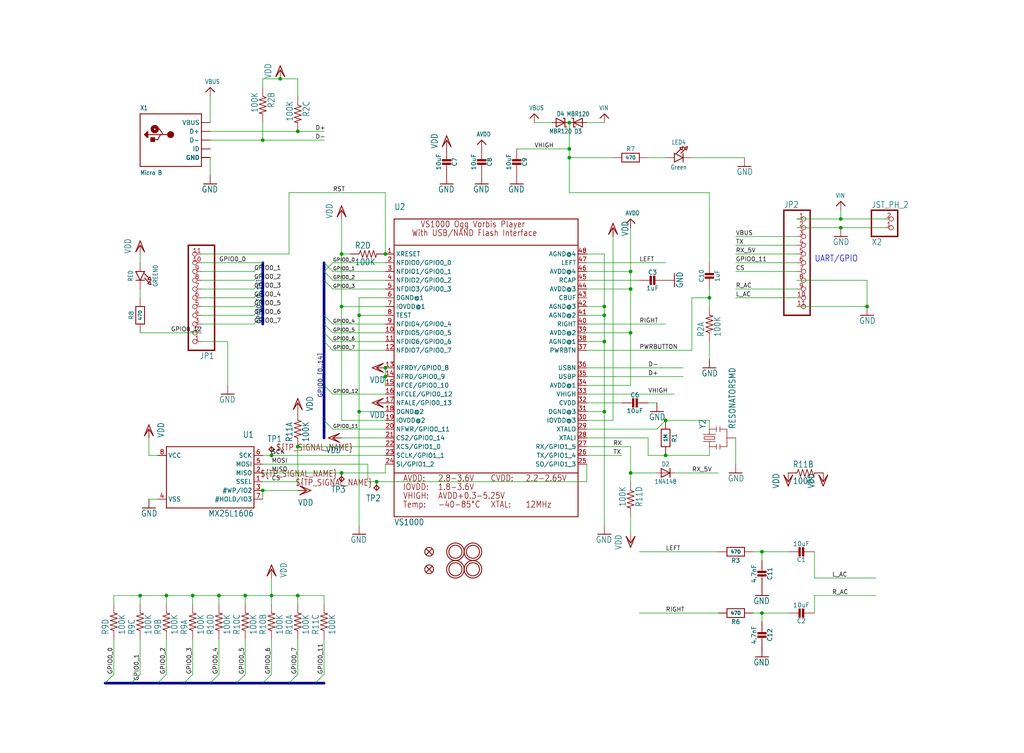
<source format=kicad_sch>
(kicad_sch (version 20230121) (generator eeschema)
  (paper "User" 297.002 218.313)
  (junction (at 205.74 86.36))
  (junction (at 220.98 177.8))
  (junction (at 104.14 91.44))
  (junction (at 99.06 73.66))
  (junction (at 86.36 172.72))
  (junction (at 111.76 106.68))
  (junction (at 76.2 142.24))
  (junction (at 193.04 132.08))
  (junction (at 182.88 83.82))
  (junction (at 99.06 137.16))
  (junction (at 48.26 172.72))
  (junction (at 243.84 66.04))
  (junction (at 109.22 139.7))
  (junction (at 182.88 78.74))
  (junction (at 182.88 96.52))
  (junction (at 251.46 88.9))
  (junction (at 111.76 73.66))
  (junction (at 165.1 35.56))
  (junction (at 86.36 38.1))
  (junction (at 40.64 172.72))
  (junction (at 71.12 172.72))
  (junction (at 55.88 172.72))
  (junction (at 175.26 99.06))
  (junction (at 104.14 119.38))
  (junction (at 175.26 91.44))
  (junction (at 182.88 137.16))
  (junction (at 76.2 40.64))
  (junction (at 81.28 22.86))
  (junction (at 175.26 88.9))
  (junction (at 220.98 160.02))
  (junction (at 175.26 119.38))
  (junction (at 99.06 88.9))
  (junction (at 165.1 43.18))
  (junction (at 193.04 121.92))
  (junction (at 165.1 45.72))
  (junction (at 78.74 132.08))
  (junction (at 63.5 172.72))
  (junction (at 86.36 129.54))
  (junction (at 111.76 109.22))
  (junction (at 243.84 63.5))
  (junction (at 78.74 172.72))
  (bus_entry (at 96.52 96.52) (size -2.54 -2.54))
  (bus_entry (at 96.52 81.28) (size -2.54 -2.54))
  (bus_entry (at 96.52 101.6) (size -2.54 -2.54))
  (bus_entry (at 93.98 195.58) (size -2.54 2.54))
  (bus_entry (at 40.64 195.58) (size -2.54 2.54))
  (bus_entry (at 73.66 78.74) (size 2.54 -2.54))
  (bus_entry (at 33.02 195.58) (size -2.54 2.54))
  (bus_entry (at 55.88 195.58) (size -2.54 2.54))
  (bus_entry (at 96.52 99.06) (size -2.54 -2.54))
  (bus_entry (at 96.52 83.82) (size -2.54 -2.54))
  (bus_entry (at 71.12 195.58) (size -2.54 2.54))
  (bus_entry (at 96.52 114.3) (size -2.54 -2.54))
  (bus_entry (at 86.36 195.58) (size -2.54 2.54))
  (bus_entry (at 73.66 88.9) (size 2.54 -2.54))
  (bus_entry (at 96.52 78.74) (size -2.54 -2.54))
  (bus_entry (at 73.66 83.82) (size 2.54 -2.54))
  (bus_entry (at 96.52 76.2) (size -2.54 2.54))
  (bus_entry (at 73.66 86.36) (size 2.54 -2.54))
  (bus_entry (at 96.52 124.46) (size -2.54 -2.54))
  (bus_entry (at 73.66 91.44) (size 2.54 -2.54))
  (bus_entry (at 63.5 195.58) (size -2.54 2.54))
  (bus_entry (at 73.66 81.28) (size 2.54 -2.54))
  (bus_entry (at 73.66 93.98) (size 2.54 -2.54))
  (bus_entry (at 96.52 93.98) (size -2.54 -2.54))
  (bus_entry (at 48.26 195.58) (size -2.54 2.54))
  (bus_entry (at 78.74 195.58) (size -2.54 2.54))
  (wire (pts (xy 104.14 119.38) (xy 104.14 152.4)) (stroke (width 0.1524)))
  (wire (pts (xy 58.42 76.2) (xy 76.2 76.2)) (stroke (width 0.1524)))
  (wire (pts (xy 254 167.64) (xy 236.22 167.64)) (stroke (width 0.1524)))
  (wire (pts (xy 71.12 175.26) (xy 71.12 172.72)) (stroke (width 0.1524)))
  (wire (pts (xy 83.82 55.88) (xy 111.76 55.88)) (stroke (width 0.1524)))
  (wire (pts (xy 149.86 43.18) (xy 165.1 43.18)) (stroke (width 0.1524)))
  (wire (pts (xy 170.18 106.68) (xy 198.12 106.68)) (stroke (width 0.1524)))
  (wire (pts (xy 58.42 93.98) (xy 73.66 93.98)) (stroke (width 0.1524)))
  (wire (pts (xy 111.76 129.54) (xy 86.36 129.54)) (stroke (width 0.1524)))
  (wire (pts (xy 86.36 38.1) (xy 93.98 38.1)) (stroke (width 0.1524)))
  (wire (pts (xy 106.68 139.7) (xy 109.22 139.7)) (stroke (width 0.1524)))
  (wire (pts (xy 220.98 160.02) (xy 228.6 160.02)) (stroke (width 0.1524)))
  (bus (pts (xy 76.2 81.28) (xy 76.2 83.82)) (stroke (width 0.762)))
  (wire (pts (xy 58.42 83.82) (xy 73.66 83.82)) (stroke (width 0.1524)))
  (wire (pts (xy 93.98 40.64) (xy 76.2 40.64)) (stroke (width 0.1524)))
  (wire (pts (xy 170.18 101.6) (xy 200.66 101.6)) (stroke (width 0.1524)))
  (wire (pts (xy 170.18 116.84) (xy 180.34 116.84)) (stroke (width 0.1524)))
  (wire (pts (xy 205.74 83.82) (xy 205.74 86.36)) (stroke (width 0.1524)))
  (wire (pts (xy 78.74 175.26) (xy 78.74 172.72)) (stroke (width 0.1524)))
  (wire (pts (xy 76.2 134.62) (xy 106.68 134.62)) (stroke (width 0.1524)))
  (wire (pts (xy 58.42 81.28) (xy 73.66 81.28)) (stroke (width 0.1524)))
  (wire (pts (xy 165.1 43.18) (xy 165.1 45.72)) (stroke (width 0.1524)))
  (wire (pts (xy 111.76 86.36) (xy 104.14 86.36)) (stroke (width 0.1524)))
  (wire (pts (xy 99.06 73.66) (xy 99.06 63.5)) (stroke (width 0.1524)))
  (wire (pts (xy 48.26 172.72) (xy 55.88 172.72)) (stroke (width 0.1524)))
  (wire (pts (xy 40.64 96.52) (xy 58.42 96.52)) (stroke (width 0.1524)))
  (wire (pts (xy 104.14 86.36) (xy 104.14 91.44)) (stroke (width 0.1524)))
  (bus (pts (xy 93.98 96.52) (xy 93.98 99.06)) (stroke (width 0.762)))
  (wire (pts (xy 243.84 66.04) (xy 231.14 66.04)) (stroke (width 0.1524)))
  (wire (pts (xy 218.44 177.8) (xy 220.98 177.8)) (stroke (width 0.1524)))
  (wire (pts (xy 76.2 25.4) (xy 76.2 22.86)) (stroke (width 0.1524)))
  (wire (pts (xy 109.22 139.7) (xy 170.18 139.7)) (stroke (width 0.1524)))
  (wire (pts (xy 111.76 91.44) (xy 104.14 91.44)) (stroke (width 0.1524)))
  (wire (pts (xy 111.76 93.98) (xy 96.52 93.98)) (stroke (width 0.1524)))
  (wire (pts (xy 213.36 86.36) (xy 231.14 86.36)) (stroke (width 0.1524)))
  (wire (pts (xy 33.02 175.26) (xy 33.02 172.72)) (stroke (width 0.1524)))
  (wire (pts (xy 193.04 121.92) (xy 205.74 121.92)) (stroke (width 0.1524)))
  (wire (pts (xy 170.18 83.82) (xy 182.88 83.82)) (stroke (width 0.1524)))
  (wire (pts (xy 177.8 121.92) (xy 177.8 68.58)) (stroke (width 0.1524)))
  (wire (pts (xy 60.96 38.1) (xy 86.36 38.1)) (stroke (width 0.1524)))
  (wire (pts (xy 182.88 137.16) (xy 182.88 139.7)) (stroke (width 0.1524)))
  (wire (pts (xy 58.42 86.36) (xy 73.66 86.36)) (stroke (width 0.1524)))
  (wire (pts (xy 236.22 160.02) (xy 236.22 167.64)) (stroke (width 0.1524)))
  (wire (pts (xy 170.18 111.76) (xy 182.88 111.76)) (stroke (width 0.1524)))
  (wire (pts (xy 231.14 78.74) (xy 213.36 78.74)) (stroke (width 0.1524)))
  (wire (pts (xy 33.02 172.72) (xy 40.64 172.72)) (stroke (width 0.1524)))
  (wire (pts (xy 190.5 137.16) (xy 182.88 137.16)) (stroke (width 0.1524)))
  (wire (pts (xy 111.76 83.82) (xy 96.52 83.82)) (stroke (width 0.1524)))
  (wire (pts (xy 182.88 149.86) (xy 182.88 154.94)) (stroke (width 0.1524)))
  (wire (pts (xy 170.18 73.66) (xy 175.26 73.66)) (stroke (width 0.1524)))
  (wire (pts (xy 177.8 45.72) (xy 165.1 45.72)) (stroke (width 0.1524)))
  (wire (pts (xy 182.88 129.54) (xy 182.88 137.16)) (stroke (width 0.1524)))
  (wire (pts (xy 93.98 185.42) (xy 93.98 195.58)) (stroke (width 0.1524)))
  (bus (pts (xy 76.2 91.44) (xy 76.2 93.98)) (stroke (width 0.762)))
  (wire (pts (xy 55.88 175.26) (xy 55.88 172.72)) (stroke (width 0.1524)))
  (bus (pts (xy 68.58 198.12) (xy 76.2 198.12)) (stroke (width 0.762)))
  (wire (pts (xy 175.26 99.06) (xy 175.26 119.38)) (stroke (width 0.1524)))
  (wire (pts (xy 170.18 124.46) (xy 190.5 124.46)) (stroke (width 0.1524)))
  (wire (pts (xy 58.42 91.44) (xy 73.66 91.44)) (stroke (width 0.1524)))
  (wire (pts (xy 76.2 35.56) (xy 76.2 40.64)) (stroke (width 0.1524)))
  (wire (pts (xy 99.06 88.9) (xy 99.06 73.66)) (stroke (width 0.1524)))
  (wire (pts (xy 40.64 83.82) (xy 40.64 86.36)) (stroke (width 0.1524)))
  (wire (pts (xy 187.96 116.84) (xy 190.5 116.84)) (stroke (width 0.1524)))
  (wire (pts (xy 175.26 73.66) (xy 175.26 88.9)) (stroke (width 0.1524)))
  (wire (pts (xy 111.76 127) (xy 99.06 127)) (stroke (width 0.1524)))
  (wire (pts (xy 60.96 50.8) (xy 60.96 45.72)) (stroke (width 0.1524)))
  (wire (pts (xy 220.98 160.02) (xy 220.98 162.56)) (stroke (width 0.1524)))
  (wire (pts (xy 48.26 195.58) (xy 48.26 185.42)) (stroke (width 0.1524)))
  (bus (pts (xy 93.98 81.28) (xy 93.98 91.44)) (stroke (width 0.762)))
  (wire (pts (xy 193.04 132.08) (xy 187.96 132.08)) (stroke (width 0.1524)))
  (wire (pts (xy 111.76 121.92) (xy 99.06 121.92)) (stroke (width 0.1524)))
  (bus (pts (xy 76.2 76.2) (xy 76.2 78.74)) (stroke (width 0.762)))
  (wire (pts (xy 76.2 22.86) (xy 81.28 22.86)) (stroke (width 0.1524)))
  (wire (pts (xy 170.18 81.28) (xy 185.42 81.28)) (stroke (width 0.1524)))
  (wire (pts (xy 243.84 63.5) (xy 243.84 60.96)) (stroke (width 0.1524)))
  (wire (pts (xy 93.98 175.26) (xy 93.98 172.72)) (stroke (width 0.1524)))
  (wire (pts (xy 58.42 73.66) (xy 83.82 73.66)) (stroke (width 0.1524)))
  (wire (pts (xy 200.66 45.72) (xy 215.9 45.72)) (stroke (width 0.1524)))
  (wire (pts (xy 231.14 76.2) (xy 213.36 76.2)) (stroke (width 0.1524)))
  (bus (pts (xy 76.2 86.36) (xy 76.2 88.9)) (stroke (width 0.762)))
  (wire (pts (xy 170.18 76.2) (xy 193.04 76.2)) (stroke (width 0.1524)))
  (bus (pts (xy 93.98 76.2) (xy 93.98 78.74)) (stroke (width 0.762)))
  (wire (pts (xy 170.18 114.3) (xy 195.58 114.3)) (stroke (width 0.1524)))
  (wire (pts (xy 182.88 83.82) (xy 182.88 78.74)) (stroke (width 0.1524)))
  (wire (pts (xy 111.76 81.28) (xy 96.52 81.28)) (stroke (width 0.1524)))
  (wire (pts (xy 78.74 172.72) (xy 86.36 172.72)) (stroke (width 0.1524)))
  (wire (pts (xy 170.18 99.06) (xy 175.26 99.06)) (stroke (width 0.1524)))
  (wire (pts (xy 99.06 121.92) (xy 99.06 88.9)) (stroke (width 0.1524)))
  (wire (pts (xy 175.26 88.9) (xy 170.18 88.9)) (stroke (width 0.1524)))
  (bus (pts (xy 53.34 198.12) (xy 60.96 198.12)) (stroke (width 0.762)))
  (wire (pts (xy 40.64 73.66) (xy 40.64 76.2)) (stroke (width 0.1524)))
  (wire (pts (xy 111.76 76.2) (xy 96.52 76.2)) (stroke (width 0.1524)))
  (wire (pts (xy 182.88 78.74) (xy 182.88 66.04)) (stroke (width 0.1524)))
  (wire (pts (xy 86.36 139.7) (xy 76.2 139.7)) (stroke (width 0.1524)))
  (wire (pts (xy 170.18 119.38) (xy 175.26 119.38)) (stroke (width 0.1524)))
  (wire (pts (xy 231.14 71.12) (xy 213.36 71.12)) (stroke (width 0.1524)))
  (wire (pts (xy 220.98 177.8) (xy 228.6 177.8)) (stroke (width 0.1524)))
  (bus (pts (xy 76.2 83.82) (xy 76.2 86.36)) (stroke (width 0.762)))
  (wire (pts (xy 76.2 142.24) (xy 76.2 144.78)) (stroke (width 0.1524)))
  (wire (pts (xy 185.42 160.02) (xy 208.28 160.02)) (stroke (width 0.1524)))
  (wire (pts (xy 104.14 91.44) (xy 104.14 119.38)) (stroke (width 0.1524)))
  (wire (pts (xy 111.76 99.06) (xy 96.52 99.06)) (stroke (width 0.1524)))
  (wire (pts (xy 43.18 144.78) (xy 45.72 144.78)) (stroke (width 0.1524)))
  (wire (pts (xy 190.5 124.46) (xy 193.04 121.92)) (stroke (width 0.1524)))
  (wire (pts (xy 187.96 127) (xy 170.18 127)) (stroke (width 0.1524)))
  (wire (pts (xy 175.26 88.9) (xy 175.26 91.44)) (stroke (width 0.1524)))
  (wire (pts (xy 63.5 195.58) (xy 63.5 185.42)) (stroke (width 0.1524)))
  (wire (pts (xy 71.12 172.72) (xy 78.74 172.72)) (stroke (width 0.1524)))
  (wire (pts (xy 111.76 88.9) (xy 99.06 88.9)) (stroke (width 0.1524)))
  (bus (pts (xy 93.98 111.76) (xy 93.98 121.92)) (stroke (width 0.762)))
  (wire (pts (xy 111.76 55.88) (xy 111.76 73.66)) (stroke (width 0.1524)))
  (wire (pts (xy 256.54 66.04) (xy 243.84 66.04)) (stroke (width 0.1524)))
  (wire (pts (xy 231.14 81.28) (xy 251.46 81.28)) (stroke (width 0.1524)))
  (bus (pts (xy 83.82 198.12) (xy 91.44 198.12)) (stroke (width 0.762)))
  (wire (pts (xy 63.5 175.26) (xy 63.5 172.72)) (stroke (width 0.1524)))
  (wire (pts (xy 86.36 172.72) (xy 93.98 172.72)) (stroke (width 0.1524)))
  (wire (pts (xy 170.18 93.98) (xy 193.04 93.98)) (stroke (width 0.1524)))
  (wire (pts (xy 66.04 99.06) (xy 66.04 111.76)) (stroke (width 0.1524)))
  (bus (pts (xy 76.2 198.12) (xy 83.82 198.12)) (stroke (width 0.762)))
  (wire (pts (xy 86.36 175.26) (xy 86.36 172.72)) (stroke (width 0.1524)))
  (wire (pts (xy 101.6 73.66) (xy 99.06 73.66)) (stroke (width 0.1524)))
  (bus (pts (xy 60.96 198.12) (xy 68.58 198.12)) (stroke (width 0.762)))
  (wire (pts (xy 111.76 78.74) (xy 96.52 78.74)) (stroke (width 0.1524)))
  (wire (pts (xy 58.42 99.06) (xy 66.04 99.06)) (stroke (width 0.1524)))
  (wire (pts (xy 111.76 124.46) (xy 96.52 124.46)) (stroke (width 0.1524)))
  (bus (pts (xy 76.2 88.9) (xy 76.2 91.44)) (stroke (width 0.762)))
  (wire (pts (xy 83.82 73.66) (xy 83.82 55.88)) (stroke (width 0.1524)))
  (wire (pts (xy 58.42 88.9) (xy 73.66 88.9)) (stroke (width 0.1524)))
  (wire (pts (xy 220.98 177.8) (xy 220.98 180.34)) (stroke (width 0.1524)))
  (bus (pts (xy 30.48 198.12) (xy 38.1 198.12)) (stroke (width 0.762)))
  (wire (pts (xy 231.14 63.5) (xy 243.84 63.5)) (stroke (width 0.1524)))
  (wire (pts (xy 78.74 132.08) (xy 76.2 132.08)) (stroke (width 0.1524)))
  (wire (pts (xy 76.2 137.16) (xy 99.06 137.16)) (stroke (width 0.1524)))
  (wire (pts (xy 170.18 129.54) (xy 182.88 129.54)) (stroke (width 0.1524)))
  (bus (pts (xy 93.98 121.92) (xy 93.98 127)) (stroke (width 0.762)))
  (wire (pts (xy 205.74 104.14) (xy 205.74 99.06)) (stroke (width 0.1524)))
  (bus (pts (xy 45.72 198.12) (xy 53.34 198.12)) (stroke (width 0.762)))
  (wire (pts (xy 76.2 40.64) (xy 60.96 40.64)) (stroke (width 0.1524)))
  (wire (pts (xy 170.18 132.08) (xy 180.34 132.08)) (stroke (width 0.1524)))
  (wire (pts (xy 170.18 121.92) (xy 177.8 121.92)) (stroke (width 0.1524)))
  (wire (pts (xy 78.74 167.64) (xy 78.74 172.72)) (stroke (width 0.1524)))
  (wire (pts (xy 111.76 111.76) (xy 111.76 109.22)) (stroke (width 0.1524)))
  (wire (pts (xy 33.02 195.58) (xy 33.02 185.42)) (stroke (width 0.1524)))
  (wire (pts (xy 165.1 55.88) (xy 205.74 55.88)) (stroke (width 0.1524)))
  (wire (pts (xy 63.5 172.72) (xy 71.12 172.72)) (stroke (width 0.1524)))
  (wire (pts (xy 81.28 22.86) (xy 86.36 22.86)) (stroke (width 0.1524)))
  (wire (pts (xy 111.76 96.52) (xy 96.52 96.52)) (stroke (width 0.1524)))
  (wire (pts (xy 170.18 78.74) (xy 182.88 78.74)) (stroke (width 0.1524)))
  (wire (pts (xy 111.76 132.08) (xy 78.74 132.08)) (stroke (width 0.1524)))
  (wire (pts (xy 251.46 81.28) (xy 251.46 88.9)) (stroke (width 0.1524)))
  (wire (pts (xy 71.12 195.58) (xy 71.12 185.42)) (stroke (width 0.1524)))
  (wire (pts (xy 236.22 177.8) (xy 236.22 172.72)) (stroke (width 0.1524)))
  (wire (pts (xy 195.58 137.16) (xy 208.28 137.16)) (stroke (width 0.1524)))
  (wire (pts (xy 40.64 175.26) (xy 40.64 172.72)) (stroke (width 0.1524)))
  (wire (pts (xy 86.36 195.58) (xy 86.36 185.42)) (stroke (width 0.1524)))
  (wire (pts (xy 58.42 78.74) (xy 73.66 78.74)) (stroke (width 0.1524)))
  (wire (pts (xy 86.36 22.86) (xy 86.36 27.94)) (stroke (width 0.1524)))
  (wire (pts (xy 205.74 55.88) (xy 205.74 76.2)) (stroke (width 0.1524)))
  (wire (pts (xy 99.06 137.16) (xy 111.76 137.16)) (stroke (width 0.1524)))
  (wire (pts (xy 236.22 172.72) (xy 254 172.72)) (stroke (width 0.1524)))
  (wire (pts (xy 170.18 91.44) (xy 175.26 91.44)) (stroke (width 0.1524)))
  (bus (pts (xy 93.98 99.06) (xy 93.98 111.76)) (stroke (width 0.762)))
  (wire (pts (xy 111.76 114.3) (xy 96.52 114.3)) (stroke (width 0.1524)))
  (wire (pts (xy 243.84 63.5) (xy 256.54 63.5)) (stroke (width 0.1524)))
  (wire (pts (xy 165.1 45.72) (xy 165.1 55.88)) (stroke (width 0.1524)))
  (bus (pts (xy 93.98 91.44) (xy 93.98 93.98)) (stroke (width 0.762)))
  (wire (pts (xy 205.74 129.54) (xy 205.74 132.08)) (stroke (width 0.1524)))
  (wire (pts (xy 43.18 132.08) (xy 45.72 132.08)) (stroke (width 0.1524)))
  (bus (pts (xy 38.1 198.12) (xy 45.72 198.12)) (stroke (width 0.762)))
  (bus (pts (xy 93.98 93.98) (xy 93.98 96.52)) (stroke (width 0.762)))
  (wire (pts (xy 55.88 172.72) (xy 63.5 172.72)) (stroke (width 0.1524)))
  (wire (pts (xy 231.14 83.82) (xy 213.36 83.82)) (stroke (width 0.1524)))
  (wire (pts (xy 205.74 86.36) (xy 205.74 88.9)) (stroke (width 0.1524)))
  (wire (pts (xy 175.26 91.44) (xy 175.26 99.06)) (stroke (width 0.1524)))
  (wire (pts (xy 205.74 132.08) (xy 193.04 132.08)) (stroke (width 0.1524)))
  (wire (pts (xy 218.44 160.02) (xy 220.98 160.02)) (stroke (width 0.1524)))
  (wire (pts (xy 165.1 43.18) (xy 165.1 35.56)) (stroke (width 0.1524)))
  (wire (pts (xy 231.14 88.9) (xy 251.46 88.9)) (stroke (width 0.1524)))
  (wire (pts (xy 200.66 101.6) (xy 200.66 86.36)) (stroke (width 0.1524)))
  (wire (pts (xy 187.96 45.72) (xy 193.04 45.72)) (stroke (width 0.1524)))
  (bus (pts (xy 93.98 78.74) (xy 93.98 81.28)) (stroke (width 0.762)))
  (wire (pts (xy 170.18 35.56) (xy 175.26 35.56)) (stroke (width 0.1524)))
  (wire (pts (xy 200.66 86.36) (xy 205.74 86.36)) (stroke (width 0.1524)))
  (wire (pts (xy 182.88 96.52) (xy 182.88 83.82)) (stroke (width 0.1524)))
  (wire (pts (xy 205.74 121.92) (xy 205.74 124.46)) (stroke (width 0.1524)))
  (wire (pts (xy 55.88 195.58) (xy 55.88 185.42)) (stroke (width 0.1524)))
  (wire (pts (xy 76.2 142.24) (xy 86.36 142.24)) (stroke (width 0.1524)))
  (wire (pts (xy 231.14 73.66) (xy 213.36 73.66)) (stroke (width 0.1524)))
  (wire (pts (xy 170.18 96.52) (xy 182.88 96.52)) (stroke (width 0.1524)))
  (wire (pts (xy 187.96 132.08) (xy 187.96 127)) (stroke (width 0.1524)))
  (bus (pts (xy 76.2 78.74) (xy 76.2 81.28)) (stroke (width 0.762)))
  (wire (pts (xy 213.36 127) (xy 213.36 134.62)) (stroke (width 0.1524)))
  (wire (pts (xy 86.36 129.54) (xy 86.36 139.7)) (stroke (width 0.1524)))
  (wire (pts (xy 175.26 119.38) (xy 175.26 152.4)) (stroke (width 0.1524)))
  (wire (pts (xy 170.18 109.22) (xy 198.12 109.22)) (stroke (width 0.1524)))
  (bus (pts (xy 91.44 198.12) (xy 93.98 198.12)) (stroke (width 0.762)))
  (wire (pts (xy 111.76 119.38) (xy 104.14 119.38)) (stroke (width 0.1524)))
  (wire (pts (xy 43.18 127) (xy 43.18 132.08)) (stroke (width 0.1524)))
  (wire (pts (xy 111.76 101.6) (xy 96.52 101.6)) (stroke (width 0.1524)))
  (wire (pts (xy 185.42 177.8) (xy 208.28 177.8)) (stroke (width 0.1524)))
  (wire (pts (xy 111.76 106.68) (xy 111.76 109.22)) (stroke (width 0.1524)))
  (wire (pts (xy 40.64 172.72) (xy 48.26 172.72)) (stroke (width 0.1524)))
  (wire (pts (xy 106.68 134.62) (xy 106.68 139.7)) (stroke (width 0.1524)))
  (wire (pts (xy 78.74 195.58) (xy 78.74 185.42)) (stroke (width 0.1524)))
  (wire (pts (xy 182.88 111.76) (xy 182.88 96.52)) (stroke (width 0.1524)))
  (wire (pts (xy 48.26 175.26) (xy 48.26 172.72)) (stroke (width 0.1524)))
  (wire (pts (xy 60.96 27.94) (xy 60.96 35.56)) (stroke (width 0.1524)))
  (wire (pts (xy 154.94 35.56) (xy 160.02 35.56)) (stroke (width 0.1524)))
  (wire (pts (xy 40.64 195.58) (xy 40.64 185.42)) (stroke (width 0.1524)))
  (wire (pts (xy 231.14 68.58) (xy 213.36 68.58)) (stroke (width 0.1524)))
  (wire (pts (xy 170.18 139.7) (xy 170.18 134.62)) (stroke (width 0.1524)))
  (wire (pts (xy 111.76 137.16) (xy 111.76 134.62)) (stroke (width 0.1524)))
  (text "UART/GPIO" (at 236.22 76.2 0) (effects (font (size 1.778 1.5113)) (justify left bottom)))
  (label "GPIO0_[0..14]" (at 93.98 102.235 270) (effects (font (size 1.2446 1.2446))))
  (label "D-" (at 91.44 40.64 0) (effects (font (size 1.2446 1.2446))))
  (label "GPIO0_3" (at 96.52 83.82 0) (effects (font (size 1.016 1.016))))
  (label "GPIO0_11" (at 93.98 195.58 90) (effects (font (size 1.2446 1.2446))))
  (label "GPIO0_12" (at 96.52 114.3 0) (effects (font (size 1.016 1.016))))
  (label "GPIO0_7" (at 96.52 101.6 0) (effects (font (size 1.016 1.016))))
  (label "GPIO0_5" (at 71.12 195.58 90) (effects (font (size 1.2446 1.2446))))
  (label "CS" (at 78.74 139.7 0) (effects (font (size 1.2446 1.2446))))
  (label "MISO" (at 78.74 137.16 0) (effects (font (size 1.2446 1.2446))))
  (label "RX" (at 177.8 129.54 0) (effects (font (size 1.2446 1.2446))))
  (label "L_AC" (at 213.36 86.36 0) (effects (font (size 1.2446 1.2446))))
  (label "RX_5V" (at 200.66 137.16 0) (effects (font (size 1.2446 1.2446))))
  (label "GPIO0_5" (at 96.52 96.52 0) (effects (font (size 1.016 1.016))))
  (label "GPIO0_1" (at 40.64 197.485 90) (effects (font (size 1.2446 1.2446))))
  (label "GPIO0_11" (at 96.52 124.46 0) (effects (font (size 1.016 1.016))))
  (label "GPIO0_5" (at 73.66 88.9 0) (effects (font (size 1.2446 1.2446))))
  (label "GPIO0_2" (at 48.26 195.58 90) (effects (font (size 1.2446 1.2446))))
  (label "R_AC" (at 241.3 172.72 0) (effects (font (size 1.2446 1.2446))))
  (label "CS" (at 213.36 78.74 0) (effects (font (size 1.2446 1.2446))))
  (label "LEFT" (at 193.04 160.02 0) (effects (font (size 1.2446 1.2446))))
  (label "RIGHT" (at 185.42 93.98 0) (effects (font (size 1.2446 1.2446))))
  (label "L_AC" (at 241.3 167.64 0) (effects (font (size 1.2446 1.2446))))
  (label "R_AC" (at 213.36 83.82 0) (effects (font (size 1.2446 1.2446))))
  (label "GPIO0_6" (at 73.66 91.44 0) (effects (font (size 1.2446 1.2446))))
  (label "GPIO0_3" (at 73.66 83.82 0) (effects (font (size 1.2446 1.2446))))
  (label "GPIO0_1" (at 96.52 78.74 0) (effects (font (size 1.016 1.016))))
  (label "GPIO0_11" (at 213.36 76.2 0) (effects (font (size 1.2446 1.2446))))
  (label "TX" (at 177.8 132.08 0) (effects (font (size 1.2446 1.2446))))
  (label "GPIO0_12" (at 49.53 96.52 0) (effects (font (size 1.2446 1.2446))))
  (label "RST" (at 96.52 55.88 0) (effects (font (size 1.2446 1.2446))))
  (label "TX" (at 213.36 71.12 0) (effects (font (size 1.2446 1.2446))))
  (label "GPIO0_0" (at 63.5 76.2 0) (effects (font (size 1.2446 1.2446))))
  (label "SCK" (at 78.74 132.08 0) (effects (font (size 1.2446 1.2446))))
  (label "RIGHT" (at 193.04 177.8 0) (effects (font (size 1.2446 1.2446))))
  (label "GPIO0_0" (at 33.02 195.58 90) (effects (font (size 1.2446 1.2446))))
  (label "GPIO0_6" (at 96.52 99.06 0) (effects (font (size 1.016 1.016))))
  (label "GPIO0_4" (at 73.66 86.36 0) (effects (font (size 1.2446 1.2446))))
  (label "GPIO0_6" (at 78.74 195.58 90) (effects (font (size 1.2446 1.2446))))
  (label "GPIO0_4" (at 63.5 195.58 90) (effects (font (size 1.2446 1.2446))))
  (label "GPIO0_2" (at 73.66 81.28 0) (effects (font (size 1.2446 1.2446))))
  (label "MOSI" (at 78.74 134.62 0) (effects (font (size 1.2446 1.2446))))
  (label "VHIGH" (at 154.94 43.18 0) (effects (font (size 1.2446 1.2446))))
  (label "LEFT" (at 185.42 76.2 0) (effects (font (size 1.2446 1.2446))))
  (label "GPIO0_0" (at 96.52 76.2 0) (effects (font (size 1.016 1.016))))
  (label "VHIGH" (at 187.96 114.3 0) (effects (font (size 1.2446 1.2446))))
  (label "D-" (at 187.96 106.68 0) (effects (font (size 1.2446 1.2446))))
  (label "GPIO0_4" (at 96.52 93.98 0) (effects (font (size 1.016 1.016))))
  (label "GPIO0_3" (at 55.88 195.58 90) (effects (font (size 1.2446 1.2446))))
  (label "VBUS" (at 213.36 68.58 0) (effects (font (size 1.2446 1.2446))))
  (label "GPIO0_[0..14]" (at 76.2 93.98 90) (effects (font (size 1.2446 1.2446))))
  (label "RX_5V" (at 213.36 73.66 0) (effects (font (size 1.2446 1.2446))))
  (label "GPIO0_7" (at 73.66 93.98 0) (effects (font (size 1.2446 1.2446))))
  (label "PWRBUTTON" (at 185.42 101.6 0) (effects (font (size 1.2446 1.2446))))
  (label "D+" (at 187.96 109.22 0) (effects (font (size 1.2446 1.2446))))
  (label "GPIO0_1" (at 73.66 78.74 0) (effects (font (size 1.2446 1.2446))))
  (label "GPIO0_2" (at 96.52 81.28 0) (effects (font (size 1.016 1.016))))
  (label "D+" (at 91.44 38.1 0) (effects (font (size 1.2446 1.2446))))
  (label "GPIO0_7" (at 86.36 195.58 90) (effects (font (size 1.2446 1.2446))))
  (symbol (lib_id "working-eagle-import:RESISTOR0805_NOOUTLINE") (at 213.36 160.02 0) (mirror x) (unit 1)
    (property "Reference" "R3" (at 213.36 162.56 0))
    (property "Value" "470" (at 213.36 160.02 0) (effects (font (size 1.016 1.016) bold)))
    (property "Footprint" "working:0805-NO" (effects hide))
  )
  (symbol (lib_id "working-eagle-import:FIDUCIAL{dblquote}{dblquote}") (at 124.46 165.1 0) (unit 1)
    (property "Reference" "FID1" (effects hide))
    (property "Value" "FIDUCIAL{dblquote}{dblquote}" (effects hide))
    (property "Footprint" "working:FIDUCIAL_1MM" (effects hide))
  )
  (symbol (lib_id "working-eagle-import:VBUS") (at 60.96 25.4 0) (unit 1)
    (property "Reference" "#U$9" (effects hide))
    (property "Value" "VBUS" (at 59.436 24.384 0) (effects (font (size 1.27 1.0795)) (justify left bottom)))
  )
  (symbol (lib_id "working-eagle-import:RESISTOR0805_NOOUTLINE") (at 213.36 177.8 0) (mirror x) (unit 1)
    (property "Reference" "R6" (at 213.36 180.34 0))
    (property "Value" "470" (at 213.36 177.8 0) (effects (font (size 1.016 1.016) bold)))
    (property "Footprint" "working:0805-NO" (effects hide))
  )
  (symbol (lib_id "working-eagle-import:CAP_CERAMIC0805-NOOUTLINE") (at 220.98 185.42 0) (mirror y) (unit 1)
    (property "Reference" "C12" (at 223.27 184.17 90))
    (property "Value" "4.7nF" (at 218.68 184.17 90))
    (property "Footprint" "working:0805-NO" (effects hide))
  )
  (symbol (lib_id "working-eagle-import:RESISTOR0805_NOOUTLINE") (at 40.64 91.44 90) (mirror x) (unit 1)
    (property "Reference" "R8" (at 38.1 91.44 0))
    (property "Value" "470" (at 40.64 91.44 0) (effects (font (size 1.016 1.016) bold)))
    (property "Footprint" "working:0805-NO" (effects hide))
  )
  (symbol (lib_id "working-eagle-import:VDD") (at 238.76 139.7 0) (mirror x) (unit 1)
    (property "Reference" "#VDD11" (effects hide))
    (property "Value" "VDD" (at 236.22 137.16 90) (effects (font (size 1.778 1.5113)) (justify left bottom)))
  )
  (symbol (lib_id "working-eagle-import:DIODE-SCHOTTKYSOD-123") (at 167.64 35.56 180) (unit 1)
    (property "Reference" "D3" (at 167.64 38.1 0) (effects (font (size 1.27 1.0795))))
    (property "Value" "MBR120" (at 167.64 33.06 0) (effects (font (size 1.27 1.0795))))
    (property "Footprint" "working:SOD-123" (effects hide))
  )
  (symbol (lib_id "working-eagle-import:GND") (at 139.7 53.34 0) (unit 1)
    (property "Reference" "#GND9" (effects hide))
    (property "Value" "GND" (at 137.16 55.88 0) (effects (font (size 1.778 1.5113)) (justify left bottom)))
  )
  (symbol (lib_id "working-eagle-import:VDD") (at 109.22 116.84 90) (unit 1)
    (property "Reference" "#VDD15" (effects hide))
    (property "Value" "VDD" (at 111.76 119.38 90) (effects (font (size 1.778 1.5113)) (justify left bottom)))
  )
  (symbol (lib_id "working-eagle-import:RESISTOR_4PACK_US") (at 63.5 180.34 90) (unit 4)
    (property "Reference" "R10" (at 62.0014 184.15 0) (effects (font (size 1.778 1.5113)) (justify left bottom)))
    (property "Value" "100K" (at 66.802 184.15 0) (effects (font (size 1.778 1.5113)) (justify left bottom)))
    (property "Footprint" "working:RESPACK_4X0603" (effects hide))
  )
  (symbol (lib_id "working-eagle-import:AVDD") (at 139.7 40.64 0) (unit 1)
    (property "Reference" "#U$4" (effects hide))
    (property "Value" "AVDD" (at 138.176 39.624 0) (effects (font (size 1.27 1.0795)) (justify left bottom)))
  )
  (symbol (lib_id "working-eagle-import:RESISTOR_4PACK_US") (at 48.26 180.34 90) (unit 2)
    (property "Reference" "R9" (at 46.7614 184.15 0) (effects (font (size 1.778 1.5113)) (justify left bottom)))
    (property "Value" "100K" (at 51.562 184.15 0) (effects (font (size 1.778 1.5113)) (justify left bottom)))
    (property "Footprint" "working:RESPACK_4X0603" (effects hide))
  )
  (symbol (lib_id "working-eagle-import:LED0805_NOOUTLINE") (at 198.12 45.72 0) (unit 1)
    (property "Reference" "LED4" (at 196.85 41.275 0) (effects (font (size 1.27 1.0795))))
    (property "Value" "Green" (at 196.85 48.514 0) (effects (font (size 1.27 1.0795))))
    (property "Footprint" "working:CHIPLED_0805_NOOUTLINE" (effects hide))
  )
  (symbol (lib_id "working-eagle-import:RESISTOR_4PACK_US") (at 71.12 180.34 90) (unit 3)
    (property "Reference" "R10" (at 69.6214 184.15 0) (effects (font (size 1.778 1.5113)) (justify left bottom)))
    (property "Value" "100K" (at 74.422 184.15 0) (effects (font (size 1.778 1.5113)) (justify left bottom)))
    (property "Footprint" "working:RESPACK_4X0603" (effects hide))
  )
  (symbol (lib_id "working-eagle-import:RESISTOR_4PACK_US") (at 93.98 180.34 90) (unit 3)
    (property "Reference" "R11" (at 92.4814 184.15 0) (effects (font (size 1.778 1.5113)) (justify left bottom)))
    (property "Value" "100K" (at 97.282 184.15 0) (effects (font (size 1.778 1.5113)) (justify left bottom)))
    (property "Footprint" "working:RESPACK_4X0603" (effects hide))
  )
  (symbol (lib_id "working-eagle-import:FIDUCIAL{dblquote}{dblquote}") (at 124.46 160.02 0) (unit 1)
    (property "Reference" "FID2" (effects hide))
    (property "Value" "FIDUCIAL{dblquote}{dblquote}" (effects hide))
    (property "Footprint" "working:FIDUCIAL_1MM" (effects hide))
  )
  (symbol (lib_id "working-eagle-import:HEADER-1X1176MIL") (at 233.68 76.2 0) (unit 1)
    (property "Reference" "JP2" (at 227.33 60.325 0) (effects (font (size 1.778 1.5113)) (justify left bottom)))
    (property "Value" "HEADER-1X1176MIL" (effects hide))
    (property "Footprint" "working:1X11_ROUND_76" (effects hide))
  )
  (symbol (lib_id "working-eagle-import:CAP_CERAMIC0805-NOOUTLINE") (at 205.74 78.74 0) (mirror x) (unit 1)
    (property "Reference" "C10" (at 203.45 79.99 90))
    (property "Value" "1uF" (at 208.04 79.99 90))
    (property "Footprint" "working:0805-NO" (effects hide))
  )
  (symbol (lib_id "working-eagle-import:RESISTOR_0805MP") (at 193.04 127 270) (mirror x) (unit 1)
    (property "Reference" "R1" (at 195.58 127 0))
    (property "Value" "1M" (at 193.04 127 0) (effects (font (size 1.016 1.016) bold)))
    (property "Footprint" "working:_0805MP" (effects hide))
  )
  (symbol (lib_id "working-eagle-import:GND") (at 149.86 53.34 0) (unit 1)
    (property "Reference" "#GND10" (effects hide))
    (property "Value" "GND" (at 147.32 55.88 0) (effects (font (size 1.778 1.5113)) (justify left bottom)))
  )
  (symbol (lib_id "working-eagle-import:CAP_CERAMIC0805_10MGAP") (at 182.88 116.84 270) (unit 1)
    (property "Reference" "C6" (at 184.13 114.55 90))
    (property "Value" "10uF" (at 184.13 119.14 90))
    (property "Footprint" "working:0805_10MGAP" (effects hide))
  )
  (symbol (lib_id "working-eagle-import:RESONATORSMD") (at 205.74 127 90) (unit 1)
    (property "Reference" "Y2" (at 204.724 124.46 0) (effects (font (size 1.778 1.5113)) (justify left bottom)))
    (property "Value" "RESONATORSMD" (at 213.36 124.46 0) (effects (font (size 1.778 1.5113)) (justify left bottom)))
    (property "Footprint" "working:RESONATOR-SMD" (effects hide))
  )
  (symbol (lib_id "working-eagle-import:GND") (at 129.54 53.34 0) (unit 1)
    (property "Reference" "#GND8" (effects hide))
    (property "Value" "GND" (at 127 55.88 0) (effects (font (size 1.778 1.5113)) (justify left bottom)))
  )
  (symbol (lib_id "working-eagle-import:VDD") (at 81.28 20.32 0) (unit 1)
    (property "Reference" "#VDD7" (effects hide))
    (property "Value" "VDD" (at 78.74 22.86 90) (effects (font (size 1.778 1.5113)) (justify left bottom)))
  )
  (symbol (lib_id "working-eagle-import:RESISTOR0805_NOOUTLINE") (at 182.88 45.72 0) (mirror y) (unit 1)
    (property "Reference" "R7" (at 182.88 43.18 0))
    (property "Value" "470" (at 182.88 45.72 0) (effects (font (size 1.016 1.016) bold)))
    (property "Footprint" "working:0805-NO" (effects hide))
  )
  (symbol (lib_id "working-eagle-import:VIN") (at 243.84 58.42 0) (unit 1)
    (property "Reference" "#U$3" (effects hide))
    (property "Value" "VIN" (at 242.316 57.404 0) (effects (font (size 1.27 1.0795)) (justify left bottom)))
  )
  (symbol (lib_id "working-eagle-import:HEADER-1X1176MIL") (at 55.88 86.36 180) (unit 1)
    (property "Reference" "JP1" (at 62.23 102.235 0) (effects (font (size 1.778 1.5113)) (justify left bottom)))
    (property "Value" "HEADER-1X1176MIL" (effects hide))
    (property "Footprint" "working:1X11_ROUND_76" (effects hide))
  )
  (symbol (lib_id "working-eagle-import:GND") (at 215.9 48.26 0) (mirror y) (unit 1)
    (property "Reference" "#GND18" (effects hide))
    (property "Value" "GND" (at 218.44 50.8 0) (effects (font (size 1.778 1.5113)) (justify left bottom)))
  )
  (symbol (lib_id "working-eagle-import:RESISTOR_4PACK_US") (at 86.36 180.34 90) (unit 1)
    (property "Reference" "R10" (at 84.8614 184.15 0) (effects (font (size 1.778 1.5113)) (justify left bottom)))
    (property "Value" "100K" (at 89.662 184.15 0) (effects (font (size 1.778 1.5113)) (justify left bottom)))
    (property "Footprint" "working:RESPACK_4X0603" (effects hide))
  )
  (symbol (lib_id "working-eagle-import:RESISTOR_4PACK_US") (at 76.2 30.48 270) (unit 2)
    (property "Reference" "R2" (at 77.6986 26.67 0) (effects (font (size 1.778 1.5113)) (justify left bottom)))
    (property "Value" "100K" (at 72.898 26.67 0) (effects (font (size 1.778 1.5113)) (justify left bottom)))
    (property "Footprint" "working:RESPACK_4X0603" (effects hide))
  )
  (symbol (lib_id "working-eagle-import:GND") (at 175.26 154.94 0) (unit 1)
    (property "Reference" "#GND11" (effects hide))
    (property "Value" "GND" (at 172.72 157.48 0) (effects (font (size 1.778 1.5113)) (justify left bottom)))
  )
  (symbol (lib_id "working-eagle-import:RESISTOR_4PACK_US") (at 33.02 180.34 90) (unit 4)
    (property "Reference" "R9" (at 31.5214 184.15 0) (effects (font (size 1.778 1.5113)) (justify left bottom)))
    (property "Value" "100K" (at 36.322 184.15 0) (effects (font (size 1.778 1.5113)) (justify left bottom)))
    (property "Footprint" "working:RESPACK_4X0603" (effects hide))
  )
  (symbol (lib_id "working-eagle-import:VDD") (at 88.9 142.24 270) (mirror x) (unit 1)
    (property "Reference" "#VDD8" (effects hide))
    (property "Value" "VDD" (at 86.36 144.78 90) (effects (font (size 1.778 1.5113)) (justify left bottom)))
  )
  (symbol (lib_id "working-eagle-import:CAP_CERAMIC0805_10MGAP") (at 129.54 45.72 180) (unit 1)
    (property "Reference" "C7" (at 131.83 46.97 90))
    (property "Value" "10uF" (at 127.24 46.97 90))
    (property "Footprint" "working:0805_10MGAP" (effects hide))
  )
  (symbol (lib_id "working-eagle-import:TPB1,27") (at 109.22 142.24 180) (unit 1)
    (property "Reference" "TP2" (at 110.49 143.51 0) (effects (font (size 1.778 1.5113)) (justify left bottom)))
    (property "Value" "TPB1,27" (effects hide))
    (property "Footprint" "working:B1,27" (effects hide))
  )
  (symbol (lib_id "working-eagle-import:MOUNTINGHOLE2.5") (at 137.16 160.02 0) (unit 1)
    (property "Reference" "U$8" (effects hide))
    (property "Value" "MOUNTINGHOLE2.5" (effects hide))
    (property "Footprint" "working:MOUNTINGHOLE_2.5_PLATED" (effects hide))
  )
  (symbol (lib_id "working-eagle-import:GND") (at 205.74 106.68 0) (mirror y) (unit 1)
    (property "Reference" "#GND15" (effects hide))
    (property "Value" "GND" (at 208.28 109.22 0) (effects (font (size 1.778 1.5113)) (justify left bottom)))
  )
  (symbol (lib_id "working-eagle-import:GND") (at 60.96 53.34 0) (unit 1)
    (property "Reference" "#GND1" (effects hide))
    (property "Value" "GND" (at 58.42 55.88 0) (effects (font (size 1.778 1.5113)) (justify left bottom)))
  )
  (symbol (lib_id "working-eagle-import:VIN") (at 175.26 33.02 0) (unit 1)
    (property "Reference" "#U$2" (effects hide))
    (property "Value" "VIN" (at 173.736 32.004 0) (effects (font (size 1.27 1.0795)) (justify left bottom)))
  )
  (symbol (lib_id "working-eagle-import:GND") (at 220.98 172.72 0) (unit 1)
    (property "Reference" "#GND7" (effects hide))
    (property "Value" "GND" (at 218.44 175.26 0) (effects (font (size 1.778 1.5113)) (justify left bottom)))
  )
  (symbol (lib_id "working-eagle-import:CAP_CERAMIC0805-NOOUTLINE") (at 231.14 177.8 270) (mirror x) (unit 1)
    (property "Reference" "C2" (at 232.39 180.09 90))
    (property "Value" "10uF" (at 232.39 175.5 90))
    (property "Footprint" "working:0805-NO" (effects hide))
  )
  (symbol (lib_id "working-eagle-import:VDD") (at 182.88 157.48 0) (mirror x) (unit 1)
    (property "Reference" "#VDD3" (effects hide))
    (property "Value" "VDD" (at 180.34 154.94 90) (effects (font (size 1.778 1.5113)) (justify left bottom)))
  )
  (symbol (lib_id "working-eagle-import:RESISTOR_4PACK_US") (at 182.88 144.78 270) (unit 4)
    (property "Reference" "R11" (at 184.3786 140.97 0) (effects (font (size 1.778 1.5113)) (justify left bottom)))
    (property "Value" "100K" (at 179.578 140.97 0) (effects (font (size 1.778 1.5113)) (justify left bottom)))
    (property "Footprint" "working:RESPACK_4X0603" (effects hide))
  )
  (symbol (lib_id "working-eagle-import:RESISTOR_4PACK_US") (at 55.88 180.34 90) (unit 1)
    (property "Reference" "R9" (at 54.3814 184.15 0) (effects (font (size 1.778 1.5113)) (justify left bottom)))
    (property "Value" "100K" (at 59.182 184.15 0) (effects (font (size 1.778 1.5113)) (justify left bottom)))
    (property "Footprint" "working:RESPACK_4X0603" (effects hide))
  )
  (symbol (lib_id "working-eagle-import:VDD") (at 109.22 106.68 90) (unit 1)
    (property "Reference" "#VDD14" (effects hide))
    (property "Value" "VDD" (at 111.76 109.22 90) (effects (font (size 1.778 1.5113)) (justify left bottom)))
  )
  (symbol (lib_id "working-eagle-import:VS1000") (at 142.24 104.14 0) (unit 1)
    (property "Reference" "U2" (at 114.3 60.96 0) (effects (font (size 1.778 1.5113)) (justify left bottom)))
    (property "Value" "VS1000" (at 114.3 152.4 0) (effects (font (size 1.778 1.5113)) (justify left bottom)))
    (property "Footprint" "working:LQFP48" (effects hide))
  )
  (symbol (lib_id "working-eagle-import:GND") (at 66.04 114.3 0) (unit 1)
    (property "Reference" "#GND14" (effects hide))
    (property "Value" "GND" (at 63.5 116.84 0) (effects (font (size 1.778 1.5113)) (justify left bottom)))
  )
  (symbol (lib_id "working-eagle-import:GND") (at 190.5 119.38 0) (mirror y) (unit 1)
    (property "Reference" "#GND2" (effects hide))
    (property "Value" "GND" (at 193.04 121.92 0) (effects (font (size 1.778 1.5113)) (justify left bottom)))
  )
  (symbol (lib_id "working-eagle-import:MOUNTINGHOLE2.5") (at 132.08 160.02 0) (unit 1)
    (property "Reference" "U$6" (effects hide))
    (property "Value" "MOUNTINGHOLE2.5" (effects hide))
    (property "Footprint" "working:MOUNTINGHOLE_2.5_PLATED" (effects hide))
  )
  (symbol (lib_id "working-eagle-import:VDD") (at 177.8 66.04 0) (mirror y) (unit 1)
    (property "Reference" "#VDD6" (effects hide))
    (property "Value" "VDD" (at 180.34 68.58 90) (effects (font (size 1.778 1.5113)) (justify left bottom)))
  )
  (symbol (lib_id "working-eagle-import:VDD") (at 96.52 127 90) (unit 1)
    (property "Reference" "#VDD13" (effects hide))
    (property "Value" "VDD" (at 99.06 129.54 90) (effects (font (size 1.778 1.5113)) (justify left bottom)))
  )
  (symbol (lib_id "working-eagle-import:DIODE-SCHOTTKYSOD-123") (at 162.56 35.56 0) (unit 1)
    (property "Reference" "D4" (at 162.56 33.02 0) (effects (font (size 1.27 1.0795))))
    (property "Value" "MBR120" (at 162.56 38.06 0) (effects (font (size 1.27 1.0795))))
    (property "Footprint" "working:SOD-123" (effects hide))
  )
  (symbol (lib_id "working-eagle-import:VDD") (at 129.54 40.64 0) (unit 1)
    (property "Reference" "#VDD2" (effects hide))
    (property "Value" "VDD" (at 127 43.18 90) (effects (font (size 1.778 1.5113)) (justify left bottom)))
  )
  (symbol (lib_id "working-eagle-import:RESISTOR_4PACK_US") (at 86.36 33.02 270) (unit 3)
    (property "Reference" "R2" (at 87.8586 29.21 0) (effects (font (size 1.778 1.5113)) (justify left bottom)))
    (property "Value" "100K" (at 83.058 29.21 0) (effects (font (size 1.778 1.5113)) (justify left bottom)))
    (property "Footprint" "working:RESPACK_4X0603" (effects hide))
  )
  (symbol (lib_id "working-eagle-import:SPIFLASH_SOIC8208MIL") (at 60.96 139.7 0) (mirror y) (unit 1)
    (property "Reference" "U1" (at 73.66 127 0) (effects (font (size 1.778 1.5113)) (justify left bottom)))
    (property "Value" " MX25L1606" (at 73.66 149.86 0) (effects (font (size 1.778 1.5113)) (justify left bottom)))
    (property "Footprint" "working:SOIC8_208MIL" (effects hide))
  )
  (symbol (lib_id "working-eagle-import:CAP_CERAMIC0805-NOOUTLINE") (at 139.7 45.72 180) (unit 1)
    (property "Reference" "C8" (at 141.99 46.97 90))
    (property "Value" "10uF" (at 137.4 46.97 90))
    (property "Footprint" "working:0805-NO" (effects hide))
  )
  (symbol (lib_id "working-eagle-import:VDD") (at 40.64 71.12 0) (unit 1)
    (property "Reference" "#VDD9" (effects hide))
    (property "Value" "VDD" (at 38.1 73.66 90) (effects (font (size 1.778 1.5113)) (justify left bottom)))
  )
  (symbol (lib_id "working-eagle-import:CAP_CERAMIC0805-NOOUTLINE") (at 149.86 45.72 180) (unit 1)
    (property "Reference" "C9" (at 152.15 46.97 90))
    (property "Value" "10uF" (at 147.56 46.97 90))
    (property "Footprint" "working:0805-NO" (effects hide))
  )
  (symbol (lib_id "working-eagle-import:CON_JST_PH_2PIN") (at 259.08 63.5 0) (mirror x) (unit 1)
    (property "Reference" "X2" (at 252.73 69.215 0) (effects (font (size 1.778 1.5113)) (justify left bottom)))
    (property "Value" "JST_PH_2" (at 252.73 58.42 0) (effects (font (size 1.778 1.5113)) (justify left bottom)))
    (property "Footprint" "working:JSTPH2" (effects hide))
  )
  (symbol (lib_id "working-eagle-import:RESISTOR_4PACK_US") (at 233.68 137.16 0) (unit 2)
    (property "Reference" "R11" (at 229.87 135.6614 0) (effects (font (size 1.778 1.5113)) (justify left bottom)))
    (property "Value" "100K" (at 229.87 140.462 0) (effects (font (size 1.778 1.5113)) (justify left bottom)))
    (property "Footprint" "working:RESPACK_4X0603" (effects hide))
  )
  (symbol (lib_id "working-eagle-import:DIODESOD-323") (at 193.04 137.16 0) (unit 1)
    (property "Reference" "D2" (at 193.04 134.62 0) (effects (font (size 1.27 1.0795))))
    (property "Value" "1N4148" (at 193.04 139.66 0) (effects (font (size 1.27 1.0795))))
    (property "Footprint" "working:SOD-323" (effects hide))
  )
  (symbol (lib_id "working-eagle-import:GND") (at 220.98 190.5 0) (unit 1)
    (property "Reference" "#GND13" (effects hide))
    (property "Value" "GND" (at 218.44 193.04 0) (effects (font (size 1.778 1.5113)) (justify left bottom)))
  )
  (symbol (lib_id "working-eagle-import:VDD") (at 99.06 60.96 0) (unit 1)
    (property "Reference" "#VDD5" (effects hide))
    (property "Value" "VDD" (at 96.52 63.5 90) (effects (font (size 1.778 1.5113)) (justify left bottom)))
  )
  (symbol (lib_id "working-eagle-import:GND") (at 243.84 68.58 0) (mirror y) (unit 1)
    (property "Reference" "#GND6" (effects hide))
    (property "Value" "GND" (at 246.38 71.12 0) (effects (font (size 1.778 1.5113)) (justify left bottom)))
  )
  (symbol (lib_id "working-eagle-import:MOUNTINGHOLE2.5") (at 137.16 165.1 0) (unit 1)
    (property "Reference" "U$5" (effects hide))
    (property "Value" "MOUNTINGHOLE2.5" (effects hide))
    (property "Footprint" "working:MOUNTINGHOLE_2.5_PLATED" (effects hide))
  )
  (symbol (lib_id "working-eagle-import:TPB1,27") (at 78.74 129.54 0) (unit 1)
    (property "Reference" "TP1" (at 77.47 128.27 0) (effects (font (size 1.778 1.5113)) (justify left bottom)))
    (property "Value" "TPB1,27" (effects hide))
    (property "Footprint" "working:B1,27" (effects hide))
  )
  (symbol (lib_id "working-eagle-import:GND") (at 195.58 81.28 90) (mirror x) (unit 1)
    (property "Reference" "#GND3" (effects hide))
    (property "Value" "GND" (at 198.12 78.74 0) (effects (font (size 1.778 1.5113)) (justify left bottom)))
  )
  (symbol (lib_id "working-eagle-import:RESISTOR_4PACK_US") (at 205.74 93.98 90) (unit 1)
    (property "Reference" "R2" (at 204.2414 97.79 0) (effects (font (size 1.778 1.5113)) (justify left bottom)))
    (property "Value" "100K" (at 209.042 97.79 0) (effects (font (size 1.778 1.5113)) (justify left bottom)))
    (property "Footprint" "working:RESPACK_4X0603" (effects hide))
  )
  (symbol (lib_id "working-eagle-import:AVDD") (at 182.88 63.5 0) (unit 1)
    (property "Reference" "#U$1" (effects hide))
    (property "Value" "AVDD" (at 181.356 62.484 0) (effects (font (size 1.27 1.0795)) (justify left bottom)))
  )
  (symbol (lib_id "working-eagle-import:CAP_CERAMIC0805-NOOUTLINE") (at 231.14 160.02 270) (mirror x) (unit 1)
    (property "Reference" "C1" (at 232.39 162.31 90))
    (property "Value" "10uF" (at 232.39 157.72 90))
    (property "Footprint" "working:0805-NO" (effects hide))
  )
  (symbol (lib_id "working-eagle-import:LED0805_NOOUTLINE") (at 40.64 81.28 270) (unit 1)
    (property "Reference" "GREEN0" (at 45.085 80.01 0) (effects (font (size 1.27 1.0795))))
    (property "Value" "RED" (at 37.846 80.01 0) (effects (font (size 1.27 1.0795))))
    (property "Footprint" "working:CHIPLED_0805_NOOUTLINE" (effects hide))
  )
  (symbol (lib_id "working-eagle-import:GND") (at 104.14 154.94 0) (unit 1)
    (property "Reference" "#GND12" (effects hide))
    (property "Value" "GND" (at 101.6 157.48 0) (effects (font (size 1.778 1.5113)) (justify left bottom)))
  )
  (symbol (lib_id "working-eagle-import:VDD") (at 228.6 139.7 0) (mirror x) (unit 1)
    (property "Reference" "#VDD12" (effects hide))
    (property "Value" "VDD" (at 226.06 137.16 90) (effects (font (size 1.778 1.5113)) (justify left bottom)))
  )
  (symbol (lib_id "working-eagle-import:RESISTOR_4PACK_US") (at 40.64 180.34 90) (unit 3)
    (property "Reference" "R9" (at 39.1414 184.15 0) (effects (font (size 1.778 1.5113)) (justify left bottom)))
    (property "Value" "100K" (at 43.942 184.15 0) (effects (font (size 1.778 1.5113)) (justify left bottom)))
    (property "Footprint" "working:RESPACK_4X0603" (effects hide))
  )
  (symbol (lib_id "working-eagle-import:RESISTOR_4PACK_US") (at 86.36 124.46 90) (unit 1)
    (property "Reference" "R11" (at 84.8614 128.27 0) (effects (font (size 1.778 1.5113)) (justify left bottom)))
    (property "Value" "100K" (at 89.662 128.27 0) (effects (font (size 1.778 1.5113)) (justify left bottom)))
    (property "Footprint" "working:RESPACK_4X0603" (effects hide))
  )
  (symbol (lib_id "working-eagle-import:RESISTOR_4PACK_US") (at 78.74 180.34 90) (unit 2)
    (property "Reference" "R10" (at 77.2414 184.15 0) (effects (font (size 1.778 1.5113)) (justify left bottom)))
    (property "Value" "100K" (at 82.042 184.15 0) (effects (font (size 1.778 1.5113)) (justify left bottom)))
    (property "Footprint" "working:RESPACK_4X0603" (effects hide))
  )
  (symbol (lib_id "working-eagle-import:MOUNTINGHOLE2.5") (at 132.08 165.1 0) (unit 1)
    (property "Reference" "U$7" (effects hide))
    (property "Value" "MOUNTINGHOLE2.5" (effects hide))
    (property "Footprint" "working:MOUNTINGHOLE_2.5_PLATED" (effects hide))
  )
  (symbol (lib_id "working-eagle-import:GND") (at 213.36 137.16 0) (mirror y) (unit 1)
    (property "Reference" "#GND5" (effects hide))
    (property "Value" "GND" (at 215.9 139.7 0) (effects (font (size 1.778 1.5113)) (justify left bottom)))
  )
  (symbol (lib_id "working-eagle-import:VDD") (at 86.36 116.84 0) (mirror y) (unit 1)
    (property "Reference" "#VDD4" (effects hide))
    (property "Value" "VDD" (at 88.9 119.38 90) (effects (font (size 1.778 1.5113)) (justify left bottom)))
  )
  (symbol (lib_id "working-eagle-import:VDD") (at 78.74 165.1 0) (mirror y) (unit 1)
    (property "Reference" "#VDD10" (effects hide))
    (property "Value" "VDD" (at 81.28 167.64 90) (effects (font (size 1.778 1.5113)) (justify left bottom)))
  )
  (symbol (lib_id "working-eagle-import:USB_MICRO_20329_V2") (at 50.8 40.64 0) (unit 1)
    (property "Reference" "X1" (at 40.64 32.004 0) (effects (font (size 1.27 1.0795)) (justify left bottom)))
    (property "Value" "Micro B" (at 40.64 50.8 0) (effects (font (size 1.27 1.0795)) (justify left bottom)))
    (property "Footprint" "working:4UCONN_20329_V2" (effects hide))
  )
  (symbol (lib_id "working-eagle-import:RESISTOR_4PACK_US") (at 106.68 73.66 0) (unit 4)
    (property "Reference" "R2" (at 102.87 72.1614 0) (effects (font (size 1.778 1.5113)) (justify left bottom)))
    (property "Value" "100K" (at 102.87 76.962 0) (effects (font (size 1.778 1.5113)) (justify left bottom)))
    (property "Footprint" "working:RESPACK_4X0603" (effects hide))
  )
  (symbol (lib_id "working-eagle-import:GND") (at 251.46 91.44 0) (mirror y) (unit 1)
    (property "Reference" "#GND17" (effects hide))
    (property "Value" "GND" (at 254 93.98 0) (effects (font (size 1.778 1.5113)) (justify left bottom)))
  )
  (symbol (lib_id "working-eagle-import:GND") (at 43.18 147.32 0) (mirror y) (unit 1)
    (property "Reference" "#GND4" (effects hide))
    (property "Value" "GND" (at 45.72 149.86 0) (effects (font (size 1.778 1.5113)) (justify left bottom)))
  )
  (symbol (lib_id "working-eagle-import:TPB1,27") (at 99.06 139.7 180) (unit 1)
    (property "Reference" "TP3" (at 100.33 140.97 0) (effects (font (size 1.778 1.5113)) (justify left bottom)))
    (property "Value" "TPB1,27" (effects hide))
    (property "Footprint" "working:B1,27" (effects hide))
  )
  (symbol (lib_id "working-eagle-import:VBUS") (at 154.94 33.02 0) (unit 1)
    (property "Reference" "#U$10" (effects hide))
    (property "Value" "VBUS" (at 153.416 32.004 0) (effects (font (size 1.27 1.0795)) (justify left bottom)))
  )
  (symbol (lib_id "working-eagle-import:CAP_CERAMIC0805-NOOUTLINE") (at 190.5 81.28 90) (mirror x) (unit 1)
    (property "Reference" "C3" (at 189.25 78.99 90))
    (property "Value" "1uF" (at 189.25 83.58 90))
    (property "Footprint" "working:0805-NO" (effects hide))
  )
  (symbol (lib_id "working-eagle-import:CAP_CERAMIC0805-NOOUTLINE") (at 220.98 167.64 0) (mirror y) (unit 1)
    (property "Reference" "C11" (at 223.27 166.39 90))
    (property "Value" "4.7nF" (at 218.68 166.39 90))
    (property "Footprint" "working:0805-NO" (effects hide))
  )
  (symbol (lib_id "working-eagle-import:VDD") (at 43.18 124.46 0) (mirror y) (unit 1)
    (property "Reference" "#VDD1" (effects hide))
    (property "Value" "VDD" (at 45.72 127 90) (effects (font (size 1.778 1.5113)) (justify left bottom)))
  )
)
</source>
